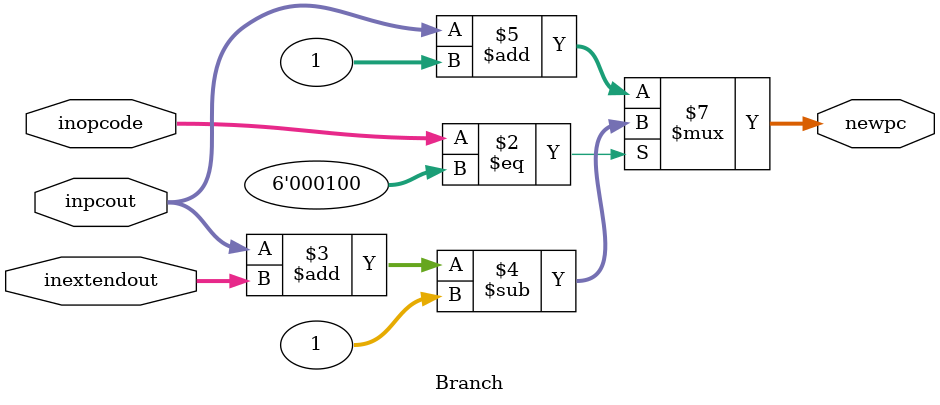
<source format=v>
module Branch(inopcode,inpcout,inextendout,newpc);
input [5:0] inopcode;
input [31:0] inpcout;
input [31:0] inextendout;
output [31:0] newpc;
reg [31:0] newpc;

always @ (inpcout)
begin
    if(inopcode==6'b000100)
    begin
        newpc=inpcout+inextendout-1;
    end
    else
    begin
        newpc=inpcout+1;
    end
end
endmodule
</source>
